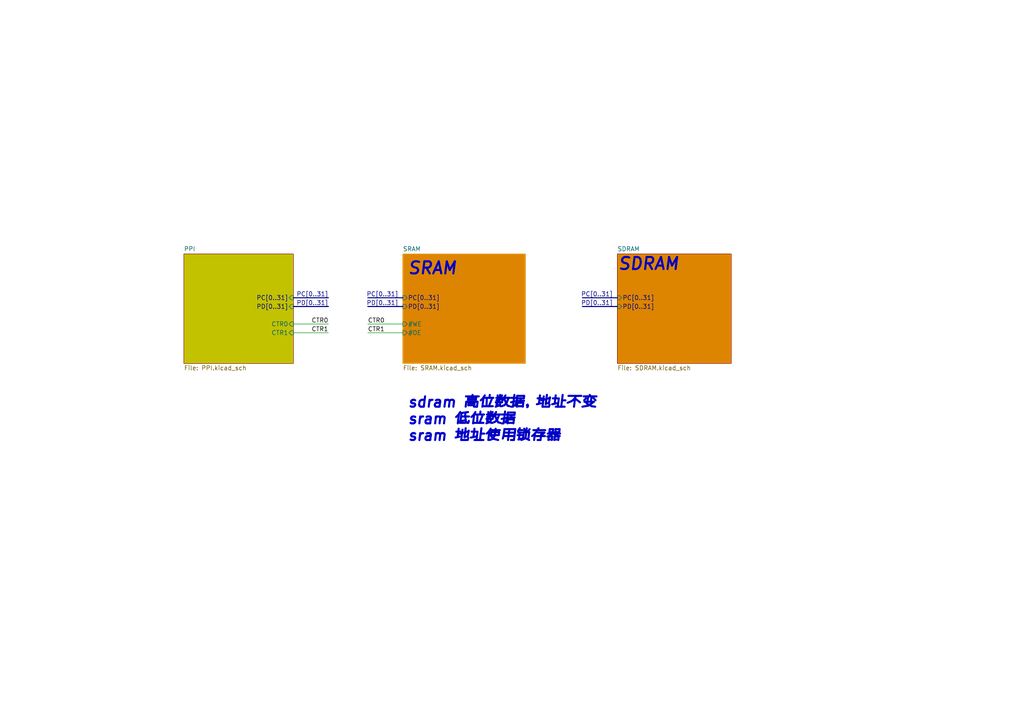
<source format=kicad_sch>
(kicad_sch (version 20230121) (generator eeschema)
  (paper "A4")
  (title_block (title "HPM6E00EVKSRAMSDRAMRevA") (date "2024/10/22") (comment 1 "01_Main"))
  (lib_symbols)
  (bus (pts (xy 95.25 88.9) (xy 85.09 88.9)))
  (bus (pts (xy 179.07 88.9) (xy 168.91 88.9)))
  (bus (pts (xy 116.84 86.36) (xy 106.68 86.36)))
  (wire (pts (xy 106.68 93.98) (xy 116.84 93.98)))
  (wire (pts (xy 106.68 96.52) (xy 116.84 96.52)))
  (bus (pts (xy 95.25 86.36) (xy 85.09 86.36)))
  (bus (pts (xy 116.84 88.9) (xy 106.68 88.9)))
  (wire (pts (xy 85.09 93.98) (xy 95.25 93.98)))
  (bus (pts (xy 179.07 86.36) (xy 168.91 86.36)))
  (wire (pts (xy 85.09 96.52) (xy 95.25 96.52)))
  (text "SRAM" (at 118.11 80.01 0) (effects (font (size 3.5 3.5) (thickness 0.6) bold italic) (justify left bottom)))
  (text "SDRAM" (at 179.07 78.74 0) (effects (font (size 3.5 3.5) (thickness 0.6) bold italic) (justify left bottom)))
  (text "sdram 高位数据，地址不变\nsram 低位数据\nsram 地址使用锁存器\n" (at 118.11 128.27 0) (effects (font (size 3 3) (thickness 0.6) bold italic) (justify left bottom)))
  (label "CTR1" (at 95.25 96.52 180))
  (label "PD[0..31]" (at 115.57 88.9 180))
  (label "PD[0..31]" (at 95.25 88.9 180))
  (label "PD[0..31]" (at 177.8 88.9 180))
  (label "CTR0" (at 106.68 93.98 0))
  (label "CTR1" (at 106.68 96.52 0))
  (label "PC[0..31]" (at 115.57 86.36 180))
  (label "CTR0" (at 95.25 93.98 180))
  (label "PC[0..31]" (at 95.25 86.36 180))
  (label "PC[0..31]" (at 177.8 86.36 180))
  (sheet (at 53.34 73.66) (size 31.75 31.75) (stroke (width 0.1524)) (fill (color 194 194 0 1.0000))
    (property "Sheetname" "PPI" (at 53.34 72.9484 0) (effects (justify left bottom)))
    (property "Sheetfile" "PPI.kicad_sch" (at 53.34 105.9946 0) (effects (justify left top)))
    (pin "PD[0..31]" input (at 85.09 88.9 0))
    (pin "PC[0..31]" input (at 85.09 86.36 0))
    (pin "CTR1" input (at 85.09 96.52 0))
    (pin "CTR0" input (at 85.09 93.98 0))
  )
  (sheet (at 179.07 73.66) (size 33.02 31.75) (stroke (width 0.1524)) (fill (color 221 133 0 1.0000))
    (property "Sheetname" "SDRAM" (at 179.07 72.9484 0) (effects (justify left bottom)))
    (property "Sheetfile" "SDRAM.kicad_sch" (at 179.07 105.9946 0) (effects (justify left top)))
    (pin "PC[0..31]" input (at 179.07 86.36 180))
    (pin "PD[0..31]" input (at 179.07 88.9 180))
  )
  (sheet (at 116.84 73.66) (size 35.56 31.75) (stroke (width 0.1524) (color 221 133 0 1)) (fill (color 221 133 0 1.0000))
    (property "Sheetname" "SRAM" (at 116.84 72.9484 0) (effects (justify left bottom)))
    (property "Sheetfile" "SRAM.kicad_sch" (at 116.84 105.9946 0) (effects (justify left top)))
    (pin "PD[0..31]" input (at 116.84 88.9 180))
    (pin "PC[0..31]" input (at 116.84 86.36 180))
    (pin "#WE" input (at 116.84 93.98 180))
    (pin "#OE" input (at 116.84 96.52 180))
  )
)
</source>
